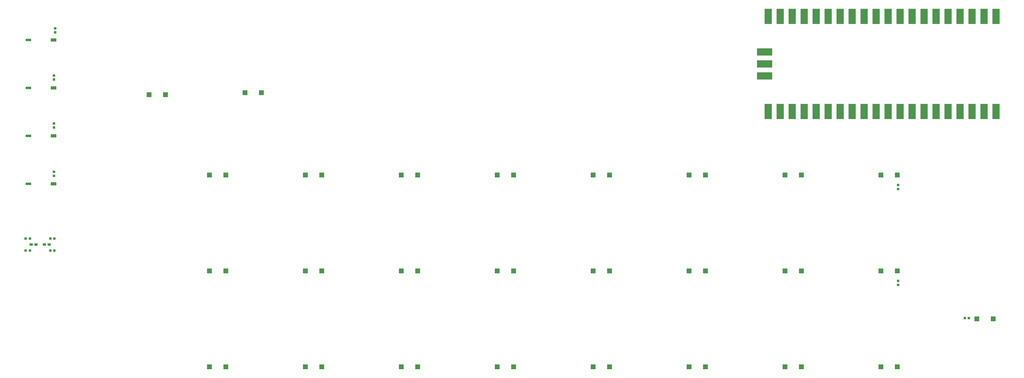
<source format=gbr>
%TF.GenerationSoftware,KiCad,Pcbnew,7.0.5-0*%
%TF.CreationDate,2023-10-31T21:53:37+01:00*%
%TF.ProjectId,20231027_vm-1_prototyp,32303233-3130-4323-975f-766d2d315f70,rev?*%
%TF.SameCoordinates,Original*%
%TF.FileFunction,Paste,Top*%
%TF.FilePolarity,Positive*%
%FSLAX46Y46*%
G04 Gerber Fmt 4.6, Leading zero omitted, Abs format (unit mm)*
G04 Created by KiCad (PCBNEW 7.0.5-0) date 2023-10-31 21:53:37*
%MOMM*%
%LPD*%
G01*
G04 APERTURE LIST*
%ADD10R,1.100000X1.000000*%
%ADD11R,0.565659X0.540005*%
%ADD12R,0.540005X0.565659*%
%ADD13R,0.790094X0.540005*%
%ADD14R,1.300000X0.600000*%
%ADD15R,1.300000X0.700000*%
%ADD16R,1.600000X3.200000*%
%ADD17R,3.200000X1.600000*%
G04 APERTURE END LIST*
D10*
%TO.C,U1*%
X95079950Y-117475000D03*
X91610050Y-117475000D03*
%TD*%
%TO.C,U10*%
X156039950Y-117475000D03*
X152570050Y-117475000D03*
%TD*%
%TO.C,U9*%
X156039950Y-97155000D03*
X152570050Y-97155000D03*
%TD*%
D11*
%TO.C,R2*%
X57837830Y-113163000D03*
X58703464Y-113163000D03*
%TD*%
D10*
%TO.C,U28*%
X254170050Y-127635000D03*
X257639950Y-127635000D03*
%TD*%
D11*
%TO.C,R3*%
X52654196Y-110623000D03*
X53519830Y-110623000D03*
%TD*%
D10*
%TO.C,U13*%
X176359950Y-117475000D03*
X172890050Y-117475000D03*
%TD*%
%TO.C,U2*%
X95079950Y-137795000D03*
X91610050Y-137795000D03*
%TD*%
D11*
%TO.C,R4*%
X58703464Y-110623000D03*
X57837830Y-110623000D03*
%TD*%
D12*
%TO.C,R9*%
X237490000Y-100179634D03*
X237490000Y-99314000D03*
%TD*%
D10*
%TO.C,U6*%
X135719950Y-97155000D03*
X132250050Y-97155000D03*
%TD*%
D13*
%TO.C,C2*%
X56567830Y-111893000D03*
X57658000Y-111893000D03*
%TD*%
D12*
%TO.C,R8*%
X58674000Y-96520000D03*
X58674000Y-97385634D03*
%TD*%
D10*
%TO.C,U8*%
X135719950Y-137795000D03*
X132250050Y-137795000D03*
%TD*%
D11*
%TO.C,R11*%
X251610366Y-127508000D03*
X252476000Y-127508000D03*
%TD*%
D10*
%TO.C,U20*%
X216999950Y-137795000D03*
X213530050Y-137795000D03*
%TD*%
D14*
%TO.C,U31*%
X53179975Y-88900000D03*
D15*
X58580025Y-88900000D03*
%TD*%
D10*
%TO.C,U4*%
X115399950Y-117475000D03*
X111930050Y-117475000D03*
%TD*%
D11*
%TO.C,R1*%
X53519830Y-113163000D03*
X52654196Y-113163000D03*
%TD*%
D12*
%TO.C,R7*%
X58674000Y-86256366D03*
X58674000Y-87122000D03*
%TD*%
D14*
%TO.C,U30*%
X53179975Y-78740000D03*
D15*
X58580025Y-78740000D03*
%TD*%
D10*
%TO.C,U7*%
X135719950Y-117475000D03*
X132250050Y-117475000D03*
%TD*%
%TO.C,U22*%
X237319950Y-117475000D03*
X233850050Y-117475000D03*
%TD*%
%TO.C,U26*%
X78783050Y-80180000D03*
X82252950Y-80180000D03*
%TD*%
D12*
%TO.C,R10*%
X237490000Y-120499634D03*
X237490000Y-119634000D03*
%TD*%
D10*
%TO.C,U25*%
X95079950Y-97155000D03*
X91610050Y-97155000D03*
%TD*%
D12*
%TO.C,R6*%
X58674000Y-76096366D03*
X58674000Y-76962000D03*
%TD*%
D10*
%TO.C,U21*%
X237319950Y-97155000D03*
X233850050Y-97155000D03*
%TD*%
%TO.C,U18*%
X216999950Y-97155000D03*
X213530050Y-97155000D03*
%TD*%
D14*
%TO.C,U29*%
X53179975Y-68580000D03*
D15*
X58580025Y-68580000D03*
%TD*%
D10*
%TO.C,U17*%
X196679950Y-137795000D03*
X193210050Y-137795000D03*
%TD*%
%TO.C,U23*%
X237319950Y-137795000D03*
X233850050Y-137795000D03*
%TD*%
%TO.C,U14*%
X176359950Y-137795000D03*
X172890050Y-137795000D03*
%TD*%
D14*
%TO.C,U32*%
X53179975Y-99060000D03*
D15*
X58580025Y-99060000D03*
%TD*%
D10*
%TO.C,U12*%
X176359950Y-97155000D03*
X172890050Y-97155000D03*
%TD*%
D16*
%TO.C,U27*%
X258210048Y-63572624D03*
X255670043Y-63572624D03*
X253130038Y-63572624D03*
X250590033Y-63572624D03*
X248050028Y-63572624D03*
X245510023Y-63572624D03*
X242970018Y-63572624D03*
X240430013Y-63572624D03*
X237890008Y-63572624D03*
X235350003Y-63572624D03*
X232809997Y-63572624D03*
X230269992Y-63572624D03*
X227729987Y-63572624D03*
X225189982Y-63572624D03*
X222649977Y-63572624D03*
X220109972Y-63572624D03*
X217569967Y-63572624D03*
X215029962Y-63572624D03*
X212489957Y-63572624D03*
X209949952Y-63572624D03*
X209949952Y-83747376D03*
X212489957Y-83747376D03*
X215029962Y-83747376D03*
X217569967Y-83747376D03*
X220109972Y-83747376D03*
X222649977Y-83747376D03*
X225189982Y-83747376D03*
X227729987Y-83747376D03*
X230269992Y-83747376D03*
X232809997Y-83747376D03*
X235350003Y-83747376D03*
X237890008Y-83747376D03*
X240430013Y-83747376D03*
X242970018Y-83747376D03*
X245510023Y-83747376D03*
X248050028Y-83747376D03*
X250590033Y-83747376D03*
X253130038Y-83747376D03*
X255670043Y-83747376D03*
X258210048Y-83747376D03*
D17*
X209149952Y-71119995D03*
X209149952Y-73660000D03*
X209149952Y-76200005D03*
%TD*%
D10*
%TO.C,U11*%
X156039950Y-137795000D03*
X152570050Y-137795000D03*
%TD*%
D13*
%TO.C,C1*%
X54864000Y-111893000D03*
X53773830Y-111893000D03*
%TD*%
D10*
%TO.C,U3*%
X115399950Y-97155000D03*
X111930050Y-97155000D03*
%TD*%
%TO.C,U19*%
X216999950Y-117475000D03*
X213530050Y-117475000D03*
%TD*%
%TO.C,U16*%
X196679950Y-117475000D03*
X193210050Y-117475000D03*
%TD*%
D12*
%TO.C,R5*%
X58867050Y-66980817D03*
X58867050Y-66115183D03*
%TD*%
D10*
%TO.C,U15*%
X196679950Y-97155000D03*
X193210050Y-97155000D03*
%TD*%
%TO.C,U5*%
X115399950Y-137795000D03*
X111930050Y-137795000D03*
%TD*%
%TO.C,U24*%
X102572950Y-79715000D03*
X99103050Y-79715000D03*
%TD*%
M02*

</source>
